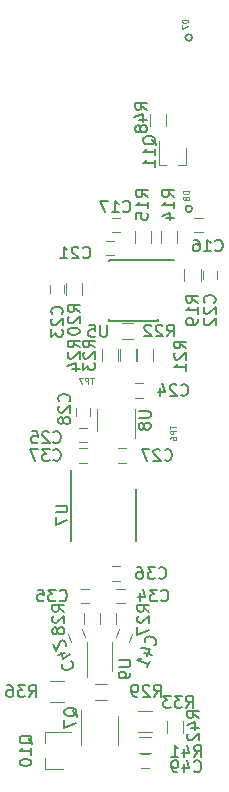
<source format=gbr>
G04 #@! TF.GenerationSoftware,KiCad,Pcbnew,(2017-12-21 revision 7586afd53)-makepkg*
G04 #@! TF.CreationDate,2018-10-14T21:46:11-07:00*
G04 #@! TF.ProjectId,fsorx,66736F72782E6B696361645F70636200,rev?*
G04 #@! TF.SameCoordinates,Original*
G04 #@! TF.FileFunction,Legend,Bot*
G04 #@! TF.FilePolarity,Positive*
%FSLAX46Y46*%
G04 Gerber Fmt 4.6, Leading zero omitted, Abs format (unit mm)*
G04 Created by KiCad (PCBNEW (2017-12-21 revision 7586afd53)-makepkg) date 10/14/18 21:46:11*
%MOMM*%
%LPD*%
G01*
G04 APERTURE LIST*
%ADD10C,0.150000*%
%ADD11C,0.120000*%
%ADD12C,0.125000*%
G04 APERTURE END LIST*
D10*
X92182843Y-70050000D02*
G75*
G03X92182843Y-70050000I-282843J0D01*
G01*
D11*
X91660000Y-79420000D02*
X91660000Y-80830000D01*
X89340000Y-80830000D02*
X89340000Y-78800000D01*
X89340000Y-80830000D02*
X90000000Y-80830000D01*
X91000000Y-80830000D02*
X91660000Y-80830000D01*
D10*
X92182843Y-84550000D02*
G75*
G03X92182843Y-84550000I-282843J0D01*
G01*
D11*
X89980000Y-77500000D02*
X89980000Y-76500000D01*
X88620000Y-76500000D02*
X88620000Y-77500000D01*
X82767424Y-129931944D02*
X82767424Y-126981944D01*
X85867424Y-127531944D02*
X85867424Y-129931944D01*
X85780000Y-119731944D02*
X85780000Y-118731944D01*
X84420000Y-118731944D02*
X84420000Y-119731944D01*
X83020000Y-118731944D02*
X83020000Y-119731944D01*
X84380000Y-119731944D02*
X84380000Y-118731944D01*
X85427633Y-123708278D02*
X85427633Y-121208278D01*
X83307633Y-121208278D02*
X83307633Y-124208278D01*
X93067424Y-85331944D02*
X92367424Y-85331944D01*
X92367424Y-86531944D02*
X93067424Y-86531944D01*
X86844109Y-121234105D02*
X87083523Y-120576320D01*
X85955891Y-120165895D02*
X85716477Y-120823680D01*
X81716477Y-120576320D02*
X81955891Y-121234105D01*
X83083523Y-120823680D02*
X82844109Y-120165895D01*
X88567424Y-130731944D02*
X87867424Y-130731944D01*
X87867424Y-131931944D02*
X88567424Y-131931944D01*
X79757424Y-132011944D02*
X79757424Y-131081944D01*
X79757424Y-128851944D02*
X79757424Y-129781944D01*
X79757424Y-128851944D02*
X81917424Y-128851944D01*
X79757424Y-132011944D02*
X81217424Y-132011944D01*
X89537424Y-86431944D02*
X89537424Y-87431944D01*
X90897424Y-87431944D02*
X90897424Y-86431944D01*
X87314678Y-86431944D02*
X87314678Y-87431944D01*
X88674678Y-87431944D02*
X88674678Y-86431944D01*
X84967424Y-124751944D02*
X83967424Y-124751944D01*
X83967424Y-126111944D02*
X84967424Y-126111944D01*
X87617424Y-128811944D02*
X88817424Y-128811944D01*
X88817424Y-127051944D02*
X87617424Y-127051944D01*
X81317424Y-124551944D02*
X80117424Y-124551944D01*
X80117424Y-126311944D02*
X81317424Y-126311944D01*
X88717424Y-129251944D02*
X87717424Y-129251944D01*
X87717424Y-130611944D02*
X88717424Y-130611944D01*
X90037424Y-127931944D02*
X90037424Y-128931944D01*
X91397424Y-128931944D02*
X91397424Y-127931944D01*
X86067424Y-85331944D02*
X85367424Y-85331944D01*
X85367424Y-86531944D02*
X86067424Y-86531944D01*
X85567424Y-87231944D02*
X84867424Y-87231944D01*
X84867424Y-88431944D02*
X85567424Y-88431944D01*
X93117424Y-89781944D02*
X93117424Y-90481944D01*
X94317424Y-90481944D02*
X94317424Y-89781944D01*
X81317424Y-91681944D02*
X81317424Y-90981944D01*
X80117424Y-90981944D02*
X80117424Y-91681944D01*
X88067424Y-99331944D02*
X87367424Y-99331944D01*
X87367424Y-100531944D02*
X88067424Y-100531944D01*
X83267424Y-103131944D02*
X82567424Y-103131944D01*
X82567424Y-104331944D02*
X83267424Y-104331944D01*
X86567424Y-104831944D02*
X85867424Y-104831944D01*
X85867424Y-106031944D02*
X86567424Y-106031944D01*
X82317424Y-101381944D02*
X82317424Y-102081944D01*
X83517424Y-102081944D02*
X83517424Y-101381944D01*
X85767424Y-117931944D02*
X86467424Y-117931944D01*
X86467424Y-116731944D02*
X85767424Y-116731944D01*
X83467424Y-116731944D02*
X82767424Y-116731944D01*
X82767424Y-117931944D02*
X83467424Y-117931944D01*
X86067424Y-114831944D02*
X85367424Y-114831944D01*
X85367424Y-116031944D02*
X86067424Y-116031944D01*
X82567424Y-106031944D02*
X83267424Y-106031944D01*
X83267424Y-104831944D02*
X82567424Y-104831944D01*
X91537424Y-89631944D02*
X91537424Y-90631944D01*
X92897424Y-90631944D02*
X92897424Y-89631944D01*
X82897424Y-91831944D02*
X82897424Y-90831944D01*
X81537424Y-90831944D02*
X81537424Y-91831944D01*
X88897424Y-97431944D02*
X88897424Y-96431944D01*
X87537424Y-96431944D02*
X87537424Y-97431944D01*
X87217424Y-94251944D02*
X86217424Y-94251944D01*
X86217424Y-95611944D02*
X87217424Y-95611944D01*
X86037424Y-96431944D02*
X86037424Y-97431944D01*
X87397424Y-97431944D02*
X87397424Y-96431944D01*
X85897424Y-97431944D02*
X85897424Y-96431944D01*
X84537424Y-96431944D02*
X84537424Y-97431944D01*
D10*
X89292424Y-88906944D02*
X90692424Y-88906944D01*
X89292424Y-94006944D02*
X85142424Y-94006944D01*
X89292424Y-88856944D02*
X85142424Y-88856944D01*
X89292424Y-94006944D02*
X89292424Y-93861944D01*
X85142424Y-94006944D02*
X85142424Y-93861944D01*
X85142424Y-88856944D02*
X85142424Y-89001944D01*
X89292424Y-88856944D02*
X89292424Y-88906944D01*
X81917424Y-106656944D02*
X81917424Y-112631944D01*
X87442424Y-108231944D02*
X87442424Y-112631944D01*
D11*
X87327424Y-101531944D02*
X87327424Y-103981944D01*
X84107424Y-103331944D02*
X84107424Y-101531944D01*
D12*
X91826190Y-68530952D02*
X91326190Y-68530952D01*
X91326190Y-68650000D01*
X91350000Y-68721428D01*
X91397619Y-68769047D01*
X91445238Y-68792857D01*
X91540476Y-68816666D01*
X91611904Y-68816666D01*
X91707142Y-68792857D01*
X91754761Y-68769047D01*
X91802380Y-68721428D01*
X91826190Y-68650000D01*
X91826190Y-68530952D01*
X91326190Y-68983333D02*
X91326190Y-69316666D01*
X91826190Y-69102380D01*
D10*
X89147619Y-79128571D02*
X89100000Y-79033333D01*
X89004761Y-78938095D01*
X88861904Y-78795238D01*
X88814285Y-78700000D01*
X88814285Y-78604761D01*
X89052380Y-78652380D02*
X89004761Y-78557142D01*
X88909523Y-78461904D01*
X88719047Y-78414285D01*
X88385714Y-78414285D01*
X88195238Y-78461904D01*
X88100000Y-78557142D01*
X88052380Y-78652380D01*
X88052380Y-78842857D01*
X88100000Y-78938095D01*
X88195238Y-79033333D01*
X88385714Y-79080952D01*
X88719047Y-79080952D01*
X88909523Y-79033333D01*
X89004761Y-78938095D01*
X89052380Y-78842857D01*
X89052380Y-78652380D01*
X89052380Y-80033333D02*
X89052380Y-79461904D01*
X89052380Y-79747619D02*
X88052380Y-79747619D01*
X88195238Y-79652380D01*
X88290476Y-79557142D01*
X88338095Y-79461904D01*
X89052380Y-80985714D02*
X89052380Y-80414285D01*
X89052380Y-80700000D02*
X88052380Y-80700000D01*
X88195238Y-80604761D01*
X88290476Y-80509523D01*
X88338095Y-80414285D01*
D12*
X91926190Y-83030952D02*
X91426190Y-83030952D01*
X91426190Y-83150000D01*
X91450000Y-83221428D01*
X91497619Y-83269047D01*
X91545238Y-83292857D01*
X91640476Y-83316666D01*
X91711904Y-83316666D01*
X91807142Y-83292857D01*
X91854761Y-83269047D01*
X91902380Y-83221428D01*
X91926190Y-83150000D01*
X91926190Y-83030952D01*
X91640476Y-83602380D02*
X91616666Y-83554761D01*
X91592857Y-83530952D01*
X91545238Y-83507142D01*
X91521428Y-83507142D01*
X91473809Y-83530952D01*
X91450000Y-83554761D01*
X91426190Y-83602380D01*
X91426190Y-83697619D01*
X91450000Y-83745238D01*
X91473809Y-83769047D01*
X91521428Y-83792857D01*
X91545238Y-83792857D01*
X91592857Y-83769047D01*
X91616666Y-83745238D01*
X91640476Y-83697619D01*
X91640476Y-83602380D01*
X91664285Y-83554761D01*
X91688095Y-83530952D01*
X91735714Y-83507142D01*
X91830952Y-83507142D01*
X91878571Y-83530952D01*
X91902380Y-83554761D01*
X91926190Y-83602380D01*
X91926190Y-83697619D01*
X91902380Y-83745238D01*
X91878571Y-83769047D01*
X91830952Y-83792857D01*
X91735714Y-83792857D01*
X91688095Y-83769047D01*
X91664285Y-83745238D01*
X91640476Y-83697619D01*
D10*
X88352380Y-76157142D02*
X87876190Y-75823809D01*
X88352380Y-75585714D02*
X87352380Y-75585714D01*
X87352380Y-75966666D01*
X87400000Y-76061904D01*
X87447619Y-76109523D01*
X87542857Y-76157142D01*
X87685714Y-76157142D01*
X87780952Y-76109523D01*
X87828571Y-76061904D01*
X87876190Y-75966666D01*
X87876190Y-75585714D01*
X87685714Y-77014285D02*
X88352380Y-77014285D01*
X87304761Y-76776190D02*
X88019047Y-76538095D01*
X88019047Y-77157142D01*
X87780952Y-77680952D02*
X87733333Y-77585714D01*
X87685714Y-77538095D01*
X87590476Y-77490476D01*
X87542857Y-77490476D01*
X87447619Y-77538095D01*
X87400000Y-77585714D01*
X87352380Y-77680952D01*
X87352380Y-77871428D01*
X87400000Y-77966666D01*
X87447619Y-78014285D01*
X87542857Y-78061904D01*
X87590476Y-78061904D01*
X87685714Y-78014285D01*
X87733333Y-77966666D01*
X87780952Y-77871428D01*
X87780952Y-77680952D01*
X87828571Y-77585714D01*
X87876190Y-77538095D01*
X87971428Y-77490476D01*
X88161904Y-77490476D01*
X88257142Y-77538095D01*
X88304761Y-77585714D01*
X88352380Y-77680952D01*
X88352380Y-77871428D01*
X88304761Y-77966666D01*
X88257142Y-78014285D01*
X88161904Y-78061904D01*
X87971428Y-78061904D01*
X87876190Y-78014285D01*
X87828571Y-77966666D01*
X87780952Y-77871428D01*
X82465043Y-127536705D02*
X82417424Y-127441467D01*
X82322185Y-127346229D01*
X82179328Y-127203372D01*
X82131709Y-127108134D01*
X82131709Y-127012896D01*
X82369804Y-127060515D02*
X82322185Y-126965277D01*
X82226947Y-126870039D01*
X82036471Y-126822420D01*
X81703138Y-126822420D01*
X81512662Y-126870039D01*
X81417424Y-126965277D01*
X81369804Y-127060515D01*
X81369804Y-127250991D01*
X81417424Y-127346229D01*
X81512662Y-127441467D01*
X81703138Y-127489086D01*
X82036471Y-127489086D01*
X82226947Y-127441467D01*
X82322185Y-127346229D01*
X82369804Y-127250991D01*
X82369804Y-127060515D01*
X81369804Y-127822420D02*
X81369804Y-128489086D01*
X82369804Y-128060515D01*
X88552380Y-118657142D02*
X88076190Y-118323809D01*
X88552380Y-118085714D02*
X87552380Y-118085714D01*
X87552380Y-118466666D01*
X87600000Y-118561904D01*
X87647619Y-118609523D01*
X87742857Y-118657142D01*
X87885714Y-118657142D01*
X87980952Y-118609523D01*
X88028571Y-118561904D01*
X88076190Y-118466666D01*
X88076190Y-118085714D01*
X87647619Y-119038095D02*
X87600000Y-119085714D01*
X87552380Y-119180952D01*
X87552380Y-119419047D01*
X87600000Y-119514285D01*
X87647619Y-119561904D01*
X87742857Y-119609523D01*
X87838095Y-119609523D01*
X87980952Y-119561904D01*
X88552380Y-118990476D01*
X88552380Y-119609523D01*
X87552380Y-119942857D02*
X87552380Y-120609523D01*
X88552380Y-120180952D01*
X81352380Y-118657142D02*
X80876190Y-118323809D01*
X81352380Y-118085714D02*
X80352380Y-118085714D01*
X80352380Y-118466666D01*
X80400000Y-118561904D01*
X80447619Y-118609523D01*
X80542857Y-118657142D01*
X80685714Y-118657142D01*
X80780952Y-118609523D01*
X80828571Y-118561904D01*
X80876190Y-118466666D01*
X80876190Y-118085714D01*
X80447619Y-119038095D02*
X80400000Y-119085714D01*
X80352380Y-119180952D01*
X80352380Y-119419047D01*
X80400000Y-119514285D01*
X80447619Y-119561904D01*
X80542857Y-119609523D01*
X80638095Y-119609523D01*
X80780952Y-119561904D01*
X81352380Y-118990476D01*
X81352380Y-119609523D01*
X80780952Y-120180952D02*
X80733333Y-120085714D01*
X80685714Y-120038095D01*
X80590476Y-119990476D01*
X80542857Y-119990476D01*
X80447619Y-120038095D01*
X80400000Y-120085714D01*
X80352380Y-120180952D01*
X80352380Y-120371428D01*
X80400000Y-120466666D01*
X80447619Y-120514285D01*
X80542857Y-120561904D01*
X80590476Y-120561904D01*
X80685714Y-120514285D01*
X80733333Y-120466666D01*
X80780952Y-120371428D01*
X80780952Y-120180952D01*
X80828571Y-120085714D01*
X80876190Y-120038095D01*
X80971428Y-119990476D01*
X81161904Y-119990476D01*
X81257142Y-120038095D01*
X81304761Y-120085714D01*
X81352380Y-120180952D01*
X81352380Y-120371428D01*
X81304761Y-120466666D01*
X81257142Y-120514285D01*
X81161904Y-120561904D01*
X80971428Y-120561904D01*
X80876190Y-120514285D01*
X80828571Y-120466666D01*
X80780952Y-120371428D01*
X85952380Y-122738095D02*
X86761904Y-122738095D01*
X86857142Y-122785714D01*
X86904761Y-122833333D01*
X86952380Y-122928571D01*
X86952380Y-123119047D01*
X86904761Y-123214285D01*
X86857142Y-123261904D01*
X86761904Y-123309523D01*
X85952380Y-123309523D01*
X86952380Y-123833333D02*
X86952380Y-124023809D01*
X86904761Y-124119047D01*
X86857142Y-124166666D01*
X86714285Y-124261904D01*
X86523809Y-124309523D01*
X86142857Y-124309523D01*
X86047619Y-124261904D01*
X86000000Y-124214285D01*
X85952380Y-124119047D01*
X85952380Y-123928571D01*
X86000000Y-123833333D01*
X86047619Y-123785714D01*
X86142857Y-123738095D01*
X86380952Y-123738095D01*
X86476190Y-123785714D01*
X86523809Y-123833333D01*
X86571428Y-123928571D01*
X86571428Y-124119047D01*
X86523809Y-124214285D01*
X86476190Y-124261904D01*
X86380952Y-124309523D01*
X94142857Y-88057142D02*
X94190476Y-88104761D01*
X94333333Y-88152380D01*
X94428571Y-88152380D01*
X94571428Y-88104761D01*
X94666666Y-88009523D01*
X94714285Y-87914285D01*
X94761904Y-87723809D01*
X94761904Y-87580952D01*
X94714285Y-87390476D01*
X94666666Y-87295238D01*
X94571428Y-87200000D01*
X94428571Y-87152380D01*
X94333333Y-87152380D01*
X94190476Y-87200000D01*
X94142857Y-87247619D01*
X93190476Y-88152380D02*
X93761904Y-88152380D01*
X93476190Y-88152380D02*
X93476190Y-87152380D01*
X93571428Y-87295238D01*
X93666666Y-87390476D01*
X93761904Y-87438095D01*
X92333333Y-87152380D02*
X92523809Y-87152380D01*
X92619047Y-87200000D01*
X92666666Y-87247619D01*
X92761904Y-87390476D01*
X92809523Y-87580952D01*
X92809523Y-87961904D01*
X92761904Y-88057142D01*
X92714285Y-88104761D01*
X92619047Y-88152380D01*
X92428571Y-88152380D01*
X92333333Y-88104761D01*
X92285714Y-88057142D01*
X92238095Y-87961904D01*
X92238095Y-87723809D01*
X92285714Y-87628571D01*
X92333333Y-87580952D01*
X92428571Y-87533333D01*
X92619047Y-87533333D01*
X92714285Y-87580952D01*
X92761904Y-87628571D01*
X92809523Y-87723809D01*
X88955474Y-121518061D02*
X89016508Y-121489601D01*
X89110115Y-121371646D01*
X89142689Y-121282151D01*
X89146801Y-121131623D01*
X89089880Y-121009555D01*
X89016672Y-120932234D01*
X88853970Y-120822340D01*
X88719728Y-120773480D01*
X88524452Y-120753081D01*
X88418671Y-120765255D01*
X88296603Y-120822176D01*
X88202996Y-120940131D01*
X88170423Y-121029626D01*
X88166310Y-121180154D01*
X88194771Y-121241188D01*
X88125347Y-122128072D02*
X88751809Y-122356086D01*
X87848802Y-121774042D02*
X88601444Y-121794606D01*
X88389718Y-122376321D01*
X88393502Y-123340525D02*
X88588942Y-122803558D01*
X88491222Y-123072042D02*
X87551529Y-122730022D01*
X87718344Y-122689387D01*
X87840412Y-122632466D01*
X87917733Y-122559258D01*
X81184265Y-123126238D02*
X81155804Y-123187272D01*
X81159917Y-123337800D01*
X81192491Y-123427295D01*
X81286098Y-123545250D01*
X81408166Y-123602171D01*
X81513947Y-123614345D01*
X81709223Y-123593945D01*
X81843465Y-123545085D01*
X82006167Y-123435191D01*
X82079375Y-123357871D01*
X82136296Y-123235803D01*
X82132183Y-123085274D01*
X82099610Y-122995780D01*
X82006003Y-122877825D01*
X81944969Y-122849364D01*
X81428072Y-122125347D02*
X80801610Y-122353360D01*
X81867484Y-122218790D02*
X81277708Y-122686826D01*
X81065981Y-122105112D01*
X81488942Y-121596441D02*
X81517402Y-121535407D01*
X81529576Y-121429626D01*
X81448143Y-121205889D01*
X81370822Y-121132681D01*
X81309788Y-121104221D01*
X81204007Y-121092047D01*
X81114513Y-121124620D01*
X80996557Y-121218227D01*
X80655030Y-121950635D01*
X80443304Y-121368920D01*
X92342857Y-132157142D02*
X92390476Y-132204761D01*
X92533333Y-132252380D01*
X92628571Y-132252380D01*
X92771428Y-132204761D01*
X92866666Y-132109523D01*
X92914285Y-132014285D01*
X92961904Y-131823809D01*
X92961904Y-131680952D01*
X92914285Y-131490476D01*
X92866666Y-131395238D01*
X92771428Y-131300000D01*
X92628571Y-131252380D01*
X92533333Y-131252380D01*
X92390476Y-131300000D01*
X92342857Y-131347619D01*
X91485714Y-131585714D02*
X91485714Y-132252380D01*
X91723809Y-131204761D02*
X91961904Y-131919047D01*
X91342857Y-131919047D01*
X90914285Y-132252380D02*
X90723809Y-132252380D01*
X90628571Y-132204761D01*
X90580952Y-132157142D01*
X90485714Y-132014285D01*
X90438095Y-131823809D01*
X90438095Y-131442857D01*
X90485714Y-131347619D01*
X90533333Y-131300000D01*
X90628571Y-131252380D01*
X90819047Y-131252380D01*
X90914285Y-131300000D01*
X90961904Y-131347619D01*
X91009523Y-131442857D01*
X91009523Y-131680952D01*
X90961904Y-131776190D01*
X90914285Y-131823809D01*
X90819047Y-131871428D01*
X90628571Y-131871428D01*
X90533333Y-131823809D01*
X90485714Y-131776190D01*
X90438095Y-131680952D01*
X78665043Y-129860515D02*
X78617424Y-129765277D01*
X78522185Y-129670039D01*
X78379328Y-129527182D01*
X78331709Y-129431944D01*
X78331709Y-129336705D01*
X78569804Y-129384324D02*
X78522185Y-129289086D01*
X78426947Y-129193848D01*
X78236471Y-129146229D01*
X77903138Y-129146229D01*
X77712662Y-129193848D01*
X77617424Y-129289086D01*
X77569804Y-129384324D01*
X77569804Y-129574801D01*
X77617424Y-129670039D01*
X77712662Y-129765277D01*
X77903138Y-129812896D01*
X78236471Y-129812896D01*
X78426947Y-129765277D01*
X78522185Y-129670039D01*
X78569804Y-129574801D01*
X78569804Y-129384324D01*
X78569804Y-130765277D02*
X78569804Y-130193848D01*
X78569804Y-130479563D02*
X77569804Y-130479563D01*
X77712662Y-130384324D01*
X77807900Y-130289086D01*
X77855519Y-130193848D01*
X77569804Y-131384324D02*
X77569804Y-131479563D01*
X77617424Y-131574801D01*
X77665043Y-131622420D01*
X77760281Y-131670039D01*
X77950757Y-131717658D01*
X78188852Y-131717658D01*
X78379328Y-131670039D01*
X78474566Y-131622420D01*
X78522185Y-131574801D01*
X78569804Y-131479563D01*
X78569804Y-131384324D01*
X78522185Y-131289086D01*
X78474566Y-131241467D01*
X78379328Y-131193848D01*
X78188852Y-131146229D01*
X77950757Y-131146229D01*
X77760281Y-131193848D01*
X77665043Y-131241467D01*
X77617424Y-131289086D01*
X77569804Y-131384324D01*
X90669804Y-83557142D02*
X90193614Y-83223809D01*
X90669804Y-82985714D02*
X89669804Y-82985714D01*
X89669804Y-83366666D01*
X89717424Y-83461904D01*
X89765043Y-83509523D01*
X89860281Y-83557142D01*
X90003138Y-83557142D01*
X90098376Y-83509523D01*
X90145995Y-83461904D01*
X90193614Y-83366666D01*
X90193614Y-82985714D01*
X90669804Y-84509523D02*
X90669804Y-83938095D01*
X90669804Y-84223809D02*
X89669804Y-84223809D01*
X89812662Y-84128571D01*
X89907900Y-84033333D01*
X89955519Y-83938095D01*
X90003138Y-85366666D02*
X90669804Y-85366666D01*
X89622185Y-85128571D02*
X90336471Y-84890476D01*
X90336471Y-85509523D01*
X88452380Y-83557142D02*
X87976190Y-83223809D01*
X88452380Y-82985714D02*
X87452380Y-82985714D01*
X87452380Y-83366666D01*
X87500000Y-83461904D01*
X87547619Y-83509523D01*
X87642857Y-83557142D01*
X87785714Y-83557142D01*
X87880952Y-83509523D01*
X87928571Y-83461904D01*
X87976190Y-83366666D01*
X87976190Y-82985714D01*
X88452380Y-84509523D02*
X88452380Y-83938095D01*
X88452380Y-84223809D02*
X87452380Y-84223809D01*
X87595238Y-84128571D01*
X87690476Y-84033333D01*
X87738095Y-83938095D01*
X87452380Y-85414285D02*
X87452380Y-84938095D01*
X87928571Y-84890476D01*
X87880952Y-84938095D01*
X87833333Y-85033333D01*
X87833333Y-85271428D01*
X87880952Y-85366666D01*
X87928571Y-85414285D01*
X88023809Y-85461904D01*
X88261904Y-85461904D01*
X88357142Y-85414285D01*
X88404761Y-85366666D01*
X88452380Y-85271428D01*
X88452380Y-85033333D01*
X88404761Y-84938095D01*
X88357142Y-84890476D01*
X88942857Y-125852380D02*
X89276190Y-125376190D01*
X89514285Y-125852380D02*
X89514285Y-124852380D01*
X89133333Y-124852380D01*
X89038095Y-124900000D01*
X88990476Y-124947619D01*
X88942857Y-125042857D01*
X88942857Y-125185714D01*
X88990476Y-125280952D01*
X89038095Y-125328571D01*
X89133333Y-125376190D01*
X89514285Y-125376190D01*
X88561904Y-124947619D02*
X88514285Y-124900000D01*
X88419047Y-124852380D01*
X88180952Y-124852380D01*
X88085714Y-124900000D01*
X88038095Y-124947619D01*
X87990476Y-125042857D01*
X87990476Y-125138095D01*
X88038095Y-125280952D01*
X88609523Y-125852380D01*
X87990476Y-125852380D01*
X87514285Y-125852380D02*
X87323809Y-125852380D01*
X87228571Y-125804761D01*
X87180952Y-125757142D01*
X87085714Y-125614285D01*
X87038095Y-125423809D01*
X87038095Y-125042857D01*
X87085714Y-124947619D01*
X87133333Y-124900000D01*
X87228571Y-124852380D01*
X87419047Y-124852380D01*
X87514285Y-124900000D01*
X87561904Y-124947619D01*
X87609523Y-125042857D01*
X87609523Y-125280952D01*
X87561904Y-125376190D01*
X87514285Y-125423809D01*
X87419047Y-125471428D01*
X87228571Y-125471428D01*
X87133333Y-125423809D01*
X87085714Y-125376190D01*
X87038095Y-125280952D01*
X91660281Y-126784324D02*
X91993614Y-126308134D01*
X92231709Y-126784324D02*
X92231709Y-125784324D01*
X91850757Y-125784324D01*
X91755519Y-125831944D01*
X91707900Y-125879563D01*
X91660281Y-125974801D01*
X91660281Y-126117658D01*
X91707900Y-126212896D01*
X91755519Y-126260515D01*
X91850757Y-126308134D01*
X92231709Y-126308134D01*
X91326947Y-125784324D02*
X90707900Y-125784324D01*
X91041233Y-126165277D01*
X90898376Y-126165277D01*
X90803138Y-126212896D01*
X90755519Y-126260515D01*
X90707900Y-126355753D01*
X90707900Y-126593848D01*
X90755519Y-126689086D01*
X90803138Y-126736705D01*
X90898376Y-126784324D01*
X91184090Y-126784324D01*
X91279328Y-126736705D01*
X91326947Y-126689086D01*
X90374566Y-125784324D02*
X89755519Y-125784324D01*
X90088852Y-126165277D01*
X89945995Y-126165277D01*
X89850757Y-126212896D01*
X89803138Y-126260515D01*
X89755519Y-126355753D01*
X89755519Y-126593848D01*
X89803138Y-126689086D01*
X89850757Y-126736705D01*
X89945995Y-126784324D01*
X90231709Y-126784324D01*
X90326947Y-126736705D01*
X90374566Y-126689086D01*
X78360281Y-125884324D02*
X78693614Y-125408134D01*
X78931709Y-125884324D02*
X78931709Y-124884324D01*
X78550757Y-124884324D01*
X78455519Y-124931944D01*
X78407900Y-124979563D01*
X78360281Y-125074801D01*
X78360281Y-125217658D01*
X78407900Y-125312896D01*
X78455519Y-125360515D01*
X78550757Y-125408134D01*
X78931709Y-125408134D01*
X78026947Y-124884324D02*
X77407900Y-124884324D01*
X77741233Y-125265277D01*
X77598376Y-125265277D01*
X77503138Y-125312896D01*
X77455519Y-125360515D01*
X77407900Y-125455753D01*
X77407900Y-125693848D01*
X77455519Y-125789086D01*
X77503138Y-125836705D01*
X77598376Y-125884324D01*
X77884090Y-125884324D01*
X77979328Y-125836705D01*
X78026947Y-125789086D01*
X76550757Y-124884324D02*
X76741233Y-124884324D01*
X76836471Y-124931944D01*
X76884090Y-124979563D01*
X76979328Y-125122420D01*
X77026947Y-125312896D01*
X77026947Y-125693848D01*
X76979328Y-125789086D01*
X76931709Y-125836705D01*
X76836471Y-125884324D01*
X76645995Y-125884324D01*
X76550757Y-125836705D01*
X76503138Y-125789086D01*
X76455519Y-125693848D01*
X76455519Y-125455753D01*
X76503138Y-125360515D01*
X76550757Y-125312896D01*
X76645995Y-125265277D01*
X76836471Y-125265277D01*
X76931709Y-125312896D01*
X76979328Y-125360515D01*
X77026947Y-125455753D01*
X92342857Y-130952380D02*
X92676190Y-130476190D01*
X92914285Y-130952380D02*
X92914285Y-129952380D01*
X92533333Y-129952380D01*
X92438095Y-130000000D01*
X92390476Y-130047619D01*
X92342857Y-130142857D01*
X92342857Y-130285714D01*
X92390476Y-130380952D01*
X92438095Y-130428571D01*
X92533333Y-130476190D01*
X92914285Y-130476190D01*
X91485714Y-130285714D02*
X91485714Y-130952380D01*
X91723809Y-129904761D02*
X91961904Y-130619047D01*
X91342857Y-130619047D01*
X90438095Y-130952380D02*
X91009523Y-130952380D01*
X90723809Y-130952380D02*
X90723809Y-129952380D01*
X90819047Y-130095238D01*
X90914285Y-130190476D01*
X91009523Y-130238095D01*
X92769804Y-127657142D02*
X92293614Y-127323809D01*
X92769804Y-127085714D02*
X91769804Y-127085714D01*
X91769804Y-127466666D01*
X91817424Y-127561904D01*
X91865043Y-127609523D01*
X91960281Y-127657142D01*
X92103138Y-127657142D01*
X92198376Y-127609523D01*
X92245995Y-127561904D01*
X92293614Y-127466666D01*
X92293614Y-127085714D01*
X92103138Y-128514285D02*
X92769804Y-128514285D01*
X91722185Y-128276190D02*
X92436471Y-128038095D01*
X92436471Y-128657142D01*
X91865043Y-128990476D02*
X91817424Y-129038095D01*
X91769804Y-129133333D01*
X91769804Y-129371428D01*
X91817424Y-129466666D01*
X91865043Y-129514285D01*
X91960281Y-129561904D01*
X92055519Y-129561904D01*
X92198376Y-129514285D01*
X92769804Y-128942857D01*
X92769804Y-129561904D01*
D12*
X83848376Y-98858134D02*
X83562662Y-98858134D01*
X83705519Y-99358134D02*
X83705519Y-98858134D01*
X83395995Y-99358134D02*
X83395995Y-98858134D01*
X83205519Y-98858134D01*
X83157900Y-98881944D01*
X83134090Y-98905753D01*
X83110281Y-98953372D01*
X83110281Y-99024801D01*
X83134090Y-99072420D01*
X83157900Y-99096229D01*
X83205519Y-99120039D01*
X83395995Y-99120039D01*
X82943614Y-98858134D02*
X82610281Y-98858134D01*
X82824566Y-99358134D01*
D10*
X86342857Y-84757142D02*
X86390476Y-84804761D01*
X86533333Y-84852380D01*
X86628571Y-84852380D01*
X86771428Y-84804761D01*
X86866666Y-84709523D01*
X86914285Y-84614285D01*
X86961904Y-84423809D01*
X86961904Y-84280952D01*
X86914285Y-84090476D01*
X86866666Y-83995238D01*
X86771428Y-83900000D01*
X86628571Y-83852380D01*
X86533333Y-83852380D01*
X86390476Y-83900000D01*
X86342857Y-83947619D01*
X85390476Y-84852380D02*
X85961904Y-84852380D01*
X85676190Y-84852380D02*
X85676190Y-83852380D01*
X85771428Y-83995238D01*
X85866666Y-84090476D01*
X85961904Y-84138095D01*
X85057142Y-83852380D02*
X84390476Y-83852380D01*
X84819047Y-84852380D01*
X82942857Y-88657142D02*
X82990476Y-88704761D01*
X83133333Y-88752380D01*
X83228571Y-88752380D01*
X83371428Y-88704761D01*
X83466666Y-88609523D01*
X83514285Y-88514285D01*
X83561904Y-88323809D01*
X83561904Y-88180952D01*
X83514285Y-87990476D01*
X83466666Y-87895238D01*
X83371428Y-87800000D01*
X83228571Y-87752380D01*
X83133333Y-87752380D01*
X82990476Y-87800000D01*
X82942857Y-87847619D01*
X82561904Y-87847619D02*
X82514285Y-87800000D01*
X82419047Y-87752380D01*
X82180952Y-87752380D01*
X82085714Y-87800000D01*
X82038095Y-87847619D01*
X81990476Y-87942857D01*
X81990476Y-88038095D01*
X82038095Y-88180952D01*
X82609523Y-88752380D01*
X81990476Y-88752380D01*
X81038095Y-88752380D02*
X81609523Y-88752380D01*
X81323809Y-88752380D02*
X81323809Y-87752380D01*
X81419047Y-87895238D01*
X81514285Y-87990476D01*
X81609523Y-88038095D01*
X94074566Y-92489086D02*
X94122185Y-92441467D01*
X94169804Y-92298610D01*
X94169804Y-92203372D01*
X94122185Y-92060515D01*
X94026947Y-91965277D01*
X93931709Y-91917658D01*
X93741233Y-91870039D01*
X93598376Y-91870039D01*
X93407900Y-91917658D01*
X93312662Y-91965277D01*
X93217424Y-92060515D01*
X93169804Y-92203372D01*
X93169804Y-92298610D01*
X93217424Y-92441467D01*
X93265043Y-92489086D01*
X93265043Y-92870039D02*
X93217424Y-92917658D01*
X93169804Y-93012896D01*
X93169804Y-93250991D01*
X93217424Y-93346229D01*
X93265043Y-93393848D01*
X93360281Y-93441467D01*
X93455519Y-93441467D01*
X93598376Y-93393848D01*
X94169804Y-92822420D01*
X94169804Y-93441467D01*
X93265043Y-93822420D02*
X93217424Y-93870039D01*
X93169804Y-93965277D01*
X93169804Y-94203372D01*
X93217424Y-94298610D01*
X93265043Y-94346229D01*
X93360281Y-94393848D01*
X93455519Y-94393848D01*
X93598376Y-94346229D01*
X94169804Y-93774801D01*
X94169804Y-94393848D01*
X81157142Y-93457142D02*
X81204761Y-93409523D01*
X81252380Y-93266666D01*
X81252380Y-93171428D01*
X81204761Y-93028571D01*
X81109523Y-92933333D01*
X81014285Y-92885714D01*
X80823809Y-92838095D01*
X80680952Y-92838095D01*
X80490476Y-92885714D01*
X80395238Y-92933333D01*
X80300000Y-93028571D01*
X80252380Y-93171428D01*
X80252380Y-93266666D01*
X80300000Y-93409523D01*
X80347619Y-93457142D01*
X80347619Y-93838095D02*
X80300000Y-93885714D01*
X80252380Y-93980952D01*
X80252380Y-94219047D01*
X80300000Y-94314285D01*
X80347619Y-94361904D01*
X80442857Y-94409523D01*
X80538095Y-94409523D01*
X80680952Y-94361904D01*
X81252380Y-93790476D01*
X81252380Y-94409523D01*
X80252380Y-94742857D02*
X80252380Y-95361904D01*
X80633333Y-95028571D01*
X80633333Y-95171428D01*
X80680952Y-95266666D01*
X80728571Y-95314285D01*
X80823809Y-95361904D01*
X81061904Y-95361904D01*
X81157142Y-95314285D01*
X81204761Y-95266666D01*
X81252380Y-95171428D01*
X81252380Y-94885714D01*
X81204761Y-94790476D01*
X81157142Y-94742857D01*
X91242857Y-100289086D02*
X91290476Y-100336705D01*
X91433333Y-100384324D01*
X91528571Y-100384324D01*
X91671428Y-100336705D01*
X91766666Y-100241467D01*
X91814285Y-100146229D01*
X91861904Y-99955753D01*
X91861904Y-99812896D01*
X91814285Y-99622420D01*
X91766666Y-99527182D01*
X91671428Y-99431944D01*
X91528571Y-99384324D01*
X91433333Y-99384324D01*
X91290476Y-99431944D01*
X91242857Y-99479563D01*
X90861904Y-99479563D02*
X90814285Y-99431944D01*
X90719047Y-99384324D01*
X90480952Y-99384324D01*
X90385714Y-99431944D01*
X90338095Y-99479563D01*
X90290476Y-99574801D01*
X90290476Y-99670039D01*
X90338095Y-99812896D01*
X90909523Y-100384324D01*
X90290476Y-100384324D01*
X89433333Y-99717658D02*
X89433333Y-100384324D01*
X89671428Y-99336705D02*
X89909523Y-100050991D01*
X89290476Y-100050991D01*
X80442857Y-104289086D02*
X80490476Y-104336705D01*
X80633333Y-104384324D01*
X80728571Y-104384324D01*
X80871428Y-104336705D01*
X80966666Y-104241467D01*
X81014285Y-104146229D01*
X81061904Y-103955753D01*
X81061904Y-103812896D01*
X81014285Y-103622420D01*
X80966666Y-103527182D01*
X80871428Y-103431944D01*
X80728571Y-103384324D01*
X80633333Y-103384324D01*
X80490476Y-103431944D01*
X80442857Y-103479563D01*
X80061904Y-103479563D02*
X80014285Y-103431944D01*
X79919047Y-103384324D01*
X79680952Y-103384324D01*
X79585714Y-103431944D01*
X79538095Y-103479563D01*
X79490476Y-103574801D01*
X79490476Y-103670039D01*
X79538095Y-103812896D01*
X80109523Y-104384324D01*
X79490476Y-104384324D01*
X78585714Y-103384324D02*
X79061904Y-103384324D01*
X79109523Y-103860515D01*
X79061904Y-103812896D01*
X78966666Y-103765277D01*
X78728571Y-103765277D01*
X78633333Y-103812896D01*
X78585714Y-103860515D01*
X78538095Y-103955753D01*
X78538095Y-104193848D01*
X78585714Y-104289086D01*
X78633333Y-104336705D01*
X78728571Y-104384324D01*
X78966666Y-104384324D01*
X79061904Y-104336705D01*
X79109523Y-104289086D01*
X89860281Y-105789086D02*
X89907900Y-105836705D01*
X90050757Y-105884324D01*
X90145995Y-105884324D01*
X90288852Y-105836705D01*
X90384090Y-105741467D01*
X90431709Y-105646229D01*
X90479328Y-105455753D01*
X90479328Y-105312896D01*
X90431709Y-105122420D01*
X90384090Y-105027182D01*
X90288852Y-104931944D01*
X90145995Y-104884324D01*
X90050757Y-104884324D01*
X89907900Y-104931944D01*
X89860281Y-104979563D01*
X89479328Y-104979563D02*
X89431709Y-104931944D01*
X89336471Y-104884324D01*
X89098376Y-104884324D01*
X89003138Y-104931944D01*
X88955519Y-104979563D01*
X88907900Y-105074801D01*
X88907900Y-105170039D01*
X88955519Y-105312896D01*
X89526947Y-105884324D01*
X88907900Y-105884324D01*
X88574566Y-104884324D02*
X87907900Y-104884324D01*
X88336471Y-105884324D01*
X81757142Y-100857142D02*
X81804761Y-100809523D01*
X81852380Y-100666666D01*
X81852380Y-100571428D01*
X81804761Y-100428571D01*
X81709523Y-100333333D01*
X81614285Y-100285714D01*
X81423809Y-100238095D01*
X81280952Y-100238095D01*
X81090476Y-100285714D01*
X80995238Y-100333333D01*
X80900000Y-100428571D01*
X80852380Y-100571428D01*
X80852380Y-100666666D01*
X80900000Y-100809523D01*
X80947619Y-100857142D01*
X80947619Y-101238095D02*
X80900000Y-101285714D01*
X80852380Y-101380952D01*
X80852380Y-101619047D01*
X80900000Y-101714285D01*
X80947619Y-101761904D01*
X81042857Y-101809523D01*
X81138095Y-101809523D01*
X81280952Y-101761904D01*
X81852380Y-101190476D01*
X81852380Y-101809523D01*
X81280952Y-102380952D02*
X81233333Y-102285714D01*
X81185714Y-102238095D01*
X81090476Y-102190476D01*
X81042857Y-102190476D01*
X80947619Y-102238095D01*
X80900000Y-102285714D01*
X80852380Y-102380952D01*
X80852380Y-102571428D01*
X80900000Y-102666666D01*
X80947619Y-102714285D01*
X81042857Y-102761904D01*
X81090476Y-102761904D01*
X81185714Y-102714285D01*
X81233333Y-102666666D01*
X81280952Y-102571428D01*
X81280952Y-102380952D01*
X81328571Y-102285714D01*
X81376190Y-102238095D01*
X81471428Y-102190476D01*
X81661904Y-102190476D01*
X81757142Y-102238095D01*
X81804761Y-102285714D01*
X81852380Y-102380952D01*
X81852380Y-102571428D01*
X81804761Y-102666666D01*
X81757142Y-102714285D01*
X81661904Y-102761904D01*
X81471428Y-102761904D01*
X81376190Y-102714285D01*
X81328571Y-102666666D01*
X81280952Y-102571428D01*
X89560281Y-117689086D02*
X89607900Y-117736705D01*
X89750757Y-117784324D01*
X89845995Y-117784324D01*
X89988852Y-117736705D01*
X90084090Y-117641467D01*
X90131709Y-117546229D01*
X90179328Y-117355753D01*
X90179328Y-117212896D01*
X90131709Y-117022420D01*
X90084090Y-116927182D01*
X89988852Y-116831944D01*
X89845995Y-116784324D01*
X89750757Y-116784324D01*
X89607900Y-116831944D01*
X89560281Y-116879563D01*
X89226947Y-116784324D02*
X88607900Y-116784324D01*
X88941233Y-117165277D01*
X88798376Y-117165277D01*
X88703138Y-117212896D01*
X88655519Y-117260515D01*
X88607900Y-117355753D01*
X88607900Y-117593848D01*
X88655519Y-117689086D01*
X88703138Y-117736705D01*
X88798376Y-117784324D01*
X89084090Y-117784324D01*
X89179328Y-117736705D01*
X89226947Y-117689086D01*
X87750757Y-117117658D02*
X87750757Y-117784324D01*
X87988852Y-116736705D02*
X88226947Y-117450991D01*
X87607900Y-117450991D01*
X80960281Y-117689086D02*
X81007900Y-117736705D01*
X81150757Y-117784324D01*
X81245995Y-117784324D01*
X81388852Y-117736705D01*
X81484090Y-117641467D01*
X81531709Y-117546229D01*
X81579328Y-117355753D01*
X81579328Y-117212896D01*
X81531709Y-117022420D01*
X81484090Y-116927182D01*
X81388852Y-116831944D01*
X81245995Y-116784324D01*
X81150757Y-116784324D01*
X81007900Y-116831944D01*
X80960281Y-116879563D01*
X80626947Y-116784324D02*
X80007900Y-116784324D01*
X80341233Y-117165277D01*
X80198376Y-117165277D01*
X80103138Y-117212896D01*
X80055519Y-117260515D01*
X80007900Y-117355753D01*
X80007900Y-117593848D01*
X80055519Y-117689086D01*
X80103138Y-117736705D01*
X80198376Y-117784324D01*
X80484090Y-117784324D01*
X80579328Y-117736705D01*
X80626947Y-117689086D01*
X79103138Y-116784324D02*
X79579328Y-116784324D01*
X79626947Y-117260515D01*
X79579328Y-117212896D01*
X79484090Y-117165277D01*
X79245995Y-117165277D01*
X79150757Y-117212896D01*
X79103138Y-117260515D01*
X79055519Y-117355753D01*
X79055519Y-117593848D01*
X79103138Y-117689086D01*
X79150757Y-117736705D01*
X79245995Y-117784324D01*
X79484090Y-117784324D01*
X79579328Y-117736705D01*
X79626947Y-117689086D01*
X89360281Y-115789086D02*
X89407900Y-115836705D01*
X89550757Y-115884324D01*
X89645995Y-115884324D01*
X89788852Y-115836705D01*
X89884090Y-115741467D01*
X89931709Y-115646229D01*
X89979328Y-115455753D01*
X89979328Y-115312896D01*
X89931709Y-115122420D01*
X89884090Y-115027182D01*
X89788852Y-114931944D01*
X89645995Y-114884324D01*
X89550757Y-114884324D01*
X89407900Y-114931944D01*
X89360281Y-114979563D01*
X89026947Y-114884324D02*
X88407900Y-114884324D01*
X88741233Y-115265277D01*
X88598376Y-115265277D01*
X88503138Y-115312896D01*
X88455519Y-115360515D01*
X88407900Y-115455753D01*
X88407900Y-115693848D01*
X88455519Y-115789086D01*
X88503138Y-115836705D01*
X88598376Y-115884324D01*
X88884090Y-115884324D01*
X88979328Y-115836705D01*
X89026947Y-115789086D01*
X87550757Y-114884324D02*
X87741233Y-114884324D01*
X87836471Y-114931944D01*
X87884090Y-114979563D01*
X87979328Y-115122420D01*
X88026947Y-115312896D01*
X88026947Y-115693848D01*
X87979328Y-115789086D01*
X87931709Y-115836705D01*
X87836471Y-115884324D01*
X87645995Y-115884324D01*
X87550757Y-115836705D01*
X87503138Y-115789086D01*
X87455519Y-115693848D01*
X87455519Y-115455753D01*
X87503138Y-115360515D01*
X87550757Y-115312896D01*
X87645995Y-115265277D01*
X87836471Y-115265277D01*
X87931709Y-115312896D01*
X87979328Y-115360515D01*
X88026947Y-115455753D01*
X80442857Y-105789086D02*
X80490476Y-105836705D01*
X80633333Y-105884324D01*
X80728571Y-105884324D01*
X80871428Y-105836705D01*
X80966666Y-105741467D01*
X81014285Y-105646229D01*
X81061904Y-105455753D01*
X81061904Y-105312896D01*
X81014285Y-105122420D01*
X80966666Y-105027182D01*
X80871428Y-104931944D01*
X80728571Y-104884324D01*
X80633333Y-104884324D01*
X80490476Y-104931944D01*
X80442857Y-104979563D01*
X80109523Y-104884324D02*
X79490476Y-104884324D01*
X79823809Y-105265277D01*
X79680952Y-105265277D01*
X79585714Y-105312896D01*
X79538095Y-105360515D01*
X79490476Y-105455753D01*
X79490476Y-105693848D01*
X79538095Y-105789086D01*
X79585714Y-105836705D01*
X79680952Y-105884324D01*
X79966666Y-105884324D01*
X80061904Y-105836705D01*
X80109523Y-105789086D01*
X79157142Y-104884324D02*
X78490476Y-104884324D01*
X78919047Y-105884324D01*
X92669804Y-92489086D02*
X92193614Y-92155753D01*
X92669804Y-91917658D02*
X91669804Y-91917658D01*
X91669804Y-92298610D01*
X91717424Y-92393848D01*
X91765043Y-92441467D01*
X91860281Y-92489086D01*
X92003138Y-92489086D01*
X92098376Y-92441467D01*
X92145995Y-92393848D01*
X92193614Y-92298610D01*
X92193614Y-91917658D01*
X92669804Y-93441467D02*
X92669804Y-92870039D01*
X92669804Y-93155753D02*
X91669804Y-93155753D01*
X91812662Y-93060515D01*
X91907900Y-92965277D01*
X91955519Y-92870039D01*
X92669804Y-93917658D02*
X92669804Y-94108134D01*
X92622185Y-94203372D01*
X92574566Y-94250991D01*
X92431709Y-94346229D01*
X92241233Y-94393848D01*
X91860281Y-94393848D01*
X91765043Y-94346229D01*
X91717424Y-94298610D01*
X91669804Y-94203372D01*
X91669804Y-94012896D01*
X91717424Y-93917658D01*
X91765043Y-93870039D01*
X91860281Y-93822420D01*
X92098376Y-93822420D01*
X92193614Y-93870039D01*
X92241233Y-93917658D01*
X92288852Y-94012896D01*
X92288852Y-94203372D01*
X92241233Y-94298610D01*
X92193614Y-94346229D01*
X92098376Y-94393848D01*
X82669804Y-93289086D02*
X82193614Y-92955753D01*
X82669804Y-92717658D02*
X81669804Y-92717658D01*
X81669804Y-93098610D01*
X81717424Y-93193848D01*
X81765043Y-93241467D01*
X81860281Y-93289086D01*
X82003138Y-93289086D01*
X82098376Y-93241467D01*
X82145995Y-93193848D01*
X82193614Y-93098610D01*
X82193614Y-92717658D01*
X81765043Y-93670039D02*
X81717424Y-93717658D01*
X81669804Y-93812896D01*
X81669804Y-94050991D01*
X81717424Y-94146229D01*
X81765043Y-94193848D01*
X81860281Y-94241467D01*
X81955519Y-94241467D01*
X82098376Y-94193848D01*
X82669804Y-93622420D01*
X82669804Y-94241467D01*
X81669804Y-94860515D02*
X81669804Y-94955753D01*
X81717424Y-95050991D01*
X81765043Y-95098610D01*
X81860281Y-95146229D01*
X82050757Y-95193848D01*
X82288852Y-95193848D01*
X82479328Y-95146229D01*
X82574566Y-95098610D01*
X82622185Y-95050991D01*
X82669804Y-94955753D01*
X82669804Y-94860515D01*
X82622185Y-94765277D01*
X82574566Y-94717658D01*
X82479328Y-94670039D01*
X82288852Y-94622420D01*
X82050757Y-94622420D01*
X81860281Y-94670039D01*
X81765043Y-94717658D01*
X81717424Y-94765277D01*
X81669804Y-94860515D01*
X91652380Y-96357142D02*
X91176190Y-96023809D01*
X91652380Y-95785714D02*
X90652380Y-95785714D01*
X90652380Y-96166666D01*
X90700000Y-96261904D01*
X90747619Y-96309523D01*
X90842857Y-96357142D01*
X90985714Y-96357142D01*
X91080952Y-96309523D01*
X91128571Y-96261904D01*
X91176190Y-96166666D01*
X91176190Y-95785714D01*
X90747619Y-96738095D02*
X90700000Y-96785714D01*
X90652380Y-96880952D01*
X90652380Y-97119047D01*
X90700000Y-97214285D01*
X90747619Y-97261904D01*
X90842857Y-97309523D01*
X90938095Y-97309523D01*
X91080952Y-97261904D01*
X91652380Y-96690476D01*
X91652380Y-97309523D01*
X91652380Y-98261904D02*
X91652380Y-97690476D01*
X91652380Y-97976190D02*
X90652380Y-97976190D01*
X90795238Y-97880952D01*
X90890476Y-97785714D01*
X90938095Y-97690476D01*
X90042857Y-95352380D02*
X90376190Y-94876190D01*
X90614285Y-95352380D02*
X90614285Y-94352380D01*
X90233333Y-94352380D01*
X90138095Y-94400000D01*
X90090476Y-94447619D01*
X90042857Y-94542857D01*
X90042857Y-94685714D01*
X90090476Y-94780952D01*
X90138095Y-94828571D01*
X90233333Y-94876190D01*
X90614285Y-94876190D01*
X89661904Y-94447619D02*
X89614285Y-94400000D01*
X89519047Y-94352380D01*
X89280952Y-94352380D01*
X89185714Y-94400000D01*
X89138095Y-94447619D01*
X89090476Y-94542857D01*
X89090476Y-94638095D01*
X89138095Y-94780952D01*
X89709523Y-95352380D01*
X89090476Y-95352380D01*
X88709523Y-94447619D02*
X88661904Y-94400000D01*
X88566666Y-94352380D01*
X88328571Y-94352380D01*
X88233333Y-94400000D01*
X88185714Y-94447619D01*
X88138095Y-94542857D01*
X88138095Y-94638095D01*
X88185714Y-94780952D01*
X88757142Y-95352380D01*
X88138095Y-95352380D01*
X83952380Y-96289086D02*
X83476190Y-95955753D01*
X83952380Y-95717658D02*
X82952380Y-95717658D01*
X82952380Y-96098610D01*
X83000000Y-96193848D01*
X83047619Y-96241467D01*
X83142857Y-96289086D01*
X83285714Y-96289086D01*
X83380952Y-96241467D01*
X83428571Y-96193848D01*
X83476190Y-96098610D01*
X83476190Y-95717658D01*
X83047619Y-96670039D02*
X83000000Y-96717658D01*
X82952380Y-96812896D01*
X82952380Y-97050991D01*
X83000000Y-97146229D01*
X83047619Y-97193848D01*
X83142857Y-97241467D01*
X83238095Y-97241467D01*
X83380952Y-97193848D01*
X83952380Y-96622420D01*
X83952380Y-97241467D01*
X82952380Y-97574801D02*
X82952380Y-98193848D01*
X83333333Y-97860515D01*
X83333333Y-98003372D01*
X83380952Y-98098610D01*
X83428571Y-98146229D01*
X83523809Y-98193848D01*
X83761904Y-98193848D01*
X83857142Y-98146229D01*
X83904761Y-98098610D01*
X83952380Y-98003372D01*
X83952380Y-97717658D01*
X83904761Y-97622420D01*
X83857142Y-97574801D01*
X82652380Y-96289086D02*
X82176190Y-95955753D01*
X82652380Y-95717658D02*
X81652380Y-95717658D01*
X81652380Y-96098610D01*
X81700000Y-96193848D01*
X81747619Y-96241467D01*
X81842857Y-96289086D01*
X81985714Y-96289086D01*
X82080952Y-96241467D01*
X82128571Y-96193848D01*
X82176190Y-96098610D01*
X82176190Y-95717658D01*
X81747619Y-96670039D02*
X81700000Y-96717658D01*
X81652380Y-96812896D01*
X81652380Y-97050991D01*
X81700000Y-97146229D01*
X81747619Y-97193848D01*
X81842857Y-97241467D01*
X81938095Y-97241467D01*
X82080952Y-97193848D01*
X82652380Y-96622420D01*
X82652380Y-97241467D01*
X81985714Y-98098610D02*
X82652380Y-98098610D01*
X81604761Y-97860515D02*
X82319047Y-97622420D01*
X82319047Y-98241467D01*
D12*
X90343614Y-102900991D02*
X90343614Y-103186705D01*
X90843614Y-103043848D02*
X90343614Y-103043848D01*
X90843614Y-103353372D02*
X90343614Y-103353372D01*
X90343614Y-103543848D01*
X90367424Y-103591467D01*
X90391233Y-103615277D01*
X90438852Y-103639086D01*
X90510281Y-103639086D01*
X90557900Y-103615277D01*
X90581709Y-103591467D01*
X90605519Y-103543848D01*
X90605519Y-103353372D01*
X90343614Y-104067658D02*
X90343614Y-103972420D01*
X90367424Y-103924801D01*
X90391233Y-103900991D01*
X90462662Y-103853372D01*
X90557900Y-103829563D01*
X90748376Y-103829563D01*
X90795995Y-103853372D01*
X90819804Y-103877182D01*
X90843614Y-103924801D01*
X90843614Y-104020039D01*
X90819804Y-104067658D01*
X90795995Y-104091467D01*
X90748376Y-104115277D01*
X90629328Y-104115277D01*
X90581709Y-104091467D01*
X90557900Y-104067658D01*
X90534090Y-104020039D01*
X90534090Y-103924801D01*
X90557900Y-103877182D01*
X90581709Y-103853372D01*
X90629328Y-103829563D01*
D10*
X84979328Y-94384324D02*
X84979328Y-95193848D01*
X84931709Y-95289086D01*
X84884090Y-95336705D01*
X84788852Y-95384324D01*
X84598376Y-95384324D01*
X84503138Y-95336705D01*
X84455519Y-95289086D01*
X84407900Y-95193848D01*
X84407900Y-94384324D01*
X83455519Y-94384324D02*
X83931709Y-94384324D01*
X83979328Y-94860515D01*
X83931709Y-94812896D01*
X83836471Y-94765277D01*
X83598376Y-94765277D01*
X83503138Y-94812896D01*
X83455519Y-94860515D01*
X83407900Y-94955753D01*
X83407900Y-95193848D01*
X83455519Y-95289086D01*
X83503138Y-95336705D01*
X83598376Y-95384324D01*
X83836471Y-95384324D01*
X83931709Y-95336705D01*
X83979328Y-95289086D01*
X80619804Y-109670039D02*
X81429328Y-109670039D01*
X81524566Y-109717658D01*
X81572185Y-109765277D01*
X81619804Y-109860515D01*
X81619804Y-110050991D01*
X81572185Y-110146229D01*
X81524566Y-110193848D01*
X81429328Y-110241467D01*
X80619804Y-110241467D01*
X80619804Y-110622420D02*
X80619804Y-111289086D01*
X81619804Y-110860515D01*
X87669804Y-101670039D02*
X88479328Y-101670039D01*
X88574566Y-101717658D01*
X88622185Y-101765277D01*
X88669804Y-101860515D01*
X88669804Y-102050991D01*
X88622185Y-102146229D01*
X88574566Y-102193848D01*
X88479328Y-102241467D01*
X87669804Y-102241467D01*
X88098376Y-102860515D02*
X88050757Y-102765277D01*
X88003138Y-102717658D01*
X87907900Y-102670039D01*
X87860281Y-102670039D01*
X87765043Y-102717658D01*
X87717424Y-102765277D01*
X87669804Y-102860515D01*
X87669804Y-103050991D01*
X87717424Y-103146229D01*
X87765043Y-103193848D01*
X87860281Y-103241467D01*
X87907900Y-103241467D01*
X88003138Y-103193848D01*
X88050757Y-103146229D01*
X88098376Y-103050991D01*
X88098376Y-102860515D01*
X88145995Y-102765277D01*
X88193614Y-102717658D01*
X88288852Y-102670039D01*
X88479328Y-102670039D01*
X88574566Y-102717658D01*
X88622185Y-102765277D01*
X88669804Y-102860515D01*
X88669804Y-103050991D01*
X88622185Y-103146229D01*
X88574566Y-103193848D01*
X88479328Y-103241467D01*
X88288852Y-103241467D01*
X88193614Y-103193848D01*
X88145995Y-103146229D01*
X88098376Y-103050991D01*
M02*

</source>
